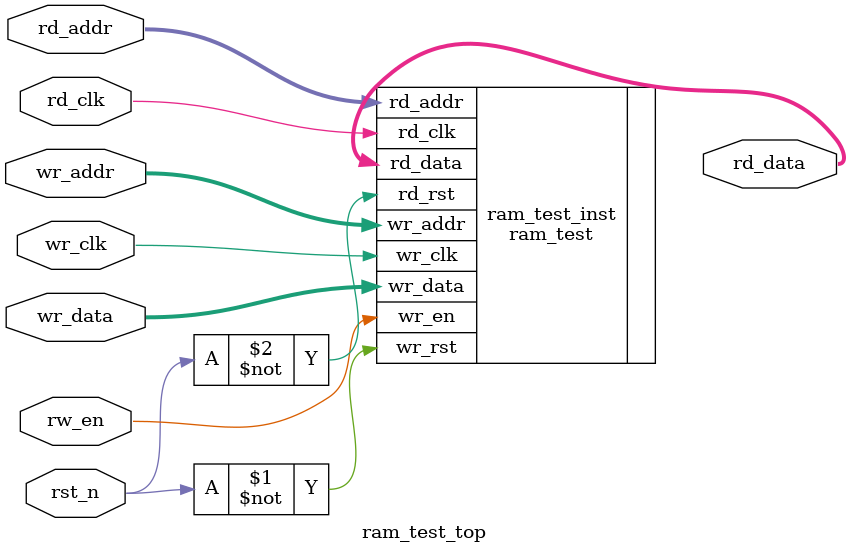
<source format=v>
module ram_test_top
(
    input    wire               wr_clk        ,//Ð´Ê±ÖÓ
    input    wire               rd_clk        ,//¶ÁÊ±ÖÓ
    input    wire               rst_n         ,//¸´Î»

    input    wire               rw_en         ,//¶ÁÐ´Ê¹ÄÜÐÅºÅ
    input    wire    [5:0]      wr_addr       ,//Ð´µØÖ·
    input    wire    [5:0]      rd_addr       ,//¶ÁµØÖ·
    input    wire    [7:0]      wr_data       ,//Ð´Êý¾Ý
    
    output   wire    [7:0]      rd_data        //¶ÁÊý¾Ý
);


ram_test ram_test_inst (
  .wr_data(wr_data),    // input [7:0]
  .wr_addr(wr_addr),    // input [5:0]
  .wr_en(rw_en),        // input    
  .wr_clk(wr_clk),      // input
  .wr_rst(~rst_n),      // input

  .rd_addr(rd_addr),    // input [5:0]
  .rd_data(rd_data),    // output [7:0]
  .rd_clk(rd_clk),      // input
  .rd_rst(~rst_n)       // input
);



endmodule
</source>
